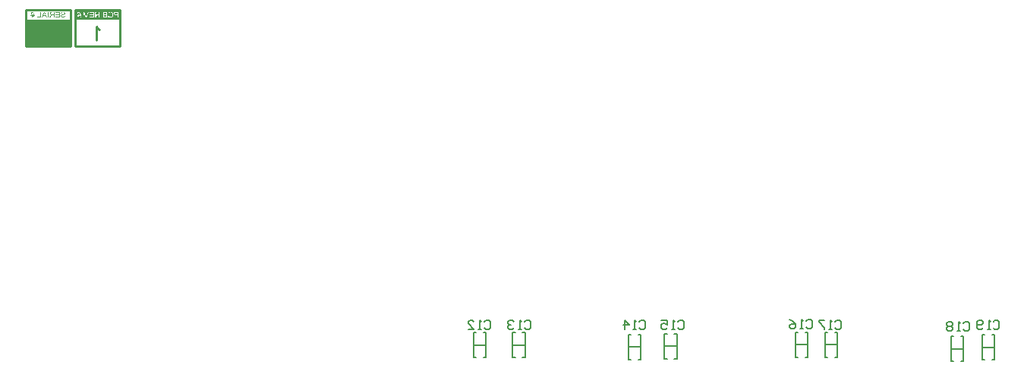
<source format=gbo>
G04*
G04 #@! TF.GenerationSoftware,Altium Limited,Altium Designer,22.11.1 (43)*
G04*
G04 Layer_Color=32896*
%FSLAX25Y25*%
%MOIN*%
G70*
G04*
G04 #@! TF.SameCoordinates,3125327F-633B-4DE6-8F98-D116A0B0FB6F*
G04*
G04*
G04 #@! TF.FilePolarity,Positive*
G04*
G01*
G75*
%ADD13C,0.00591*%
%ADD18C,0.00602*%
%ADD22C,0.01000*%
%ADD74R,0.19781X0.11614*%
G36*
X55786Y381028D02*
X36002D01*
Y385457D01*
X55786D01*
Y381028D01*
D02*
G37*
G36*
X17778Y383805D02*
X18298D01*
Y383550D01*
X17829D01*
X17956Y382924D01*
X18298D01*
Y382669D01*
X18011D01*
X18157Y381937D01*
X17902D01*
X17752Y382669D01*
X17214D01*
X17363Y381937D01*
X17105D01*
X16959Y382669D01*
X16424D01*
Y382924D01*
X16904D01*
X16777Y383550D01*
X16424D01*
Y383805D01*
X16726D01*
X16573Y384544D01*
X16832D01*
X16984Y383805D01*
X17520D01*
X17370Y384544D01*
X17625D01*
X17778Y383805D01*
D02*
G37*
G36*
X29211Y381981D02*
X27329D01*
Y382280D01*
X28876D01*
Y383135D01*
X27482D01*
Y383434D01*
X28876D01*
Y384202D01*
X27388D01*
Y384500D01*
X29211D01*
Y381981D01*
D02*
G37*
G36*
X26864D02*
X26529D01*
Y383099D01*
X26099D01*
X26059Y383095D01*
X26030D01*
X26004Y383091D01*
X25986Y383088D01*
X25972D01*
X25964Y383084D01*
X25961D01*
X25903Y383066D01*
X25877Y383055D01*
X25855Y383044D01*
X25833Y383033D01*
X25819Y383026D01*
X25811Y383022D01*
X25808Y383018D01*
X25779Y382997D01*
X25750Y382971D01*
X25695Y382917D01*
X25670Y382891D01*
X25651Y382869D01*
X25640Y382855D01*
X25637Y382851D01*
X25600Y382800D01*
X25560Y382746D01*
X25520Y382687D01*
X25480Y382633D01*
X25447Y382582D01*
X25422Y382542D01*
X25411Y382527D01*
X25404Y382516D01*
X25396Y382509D01*
Y382505D01*
X25065Y381981D01*
X24650D01*
X25084Y382665D01*
X25135Y382738D01*
X25182Y382804D01*
X25229Y382858D01*
X25269Y382909D01*
X25306Y382946D01*
X25335Y382975D01*
X25353Y382993D01*
X25360Y383000D01*
X25389Y383022D01*
X25422Y383048D01*
X25488Y383088D01*
X25517Y383102D01*
X25539Y383117D01*
X25553Y383124D01*
X25560Y383128D01*
X25495Y383139D01*
X25433Y383150D01*
X25378Y383168D01*
X25324Y383182D01*
X25276Y383201D01*
X25233Y383222D01*
X25193Y383241D01*
X25156Y383259D01*
X25127Y383281D01*
X25098Y383299D01*
X25076Y383313D01*
X25058Y383328D01*
X25043Y383339D01*
X25032Y383350D01*
X25029Y383353D01*
X25025Y383357D01*
X24996Y383393D01*
X24967Y383430D01*
X24923Y383506D01*
X24894Y383583D01*
X24872Y383656D01*
X24858Y383717D01*
X24854Y383743D01*
Y383768D01*
X24850Y383787D01*
Y383801D01*
Y383808D01*
Y383812D01*
X24854Y383889D01*
X24865Y383958D01*
X24883Y384023D01*
X24902Y384078D01*
X24923Y384125D01*
X24938Y384161D01*
X24952Y384183D01*
X24956Y384187D01*
Y384191D01*
X25000Y384249D01*
X25043Y384300D01*
X25091Y384344D01*
X25135Y384376D01*
X25174Y384402D01*
X25207Y384416D01*
X25229Y384427D01*
X25233Y384431D01*
X25236D01*
X25269Y384442D01*
X25309Y384453D01*
X25389Y384471D01*
X25477Y384482D01*
X25557Y384493D01*
X25633Y384496D01*
X25666D01*
X25695Y384500D01*
X26864D01*
Y381981D01*
D02*
G37*
G36*
X24272D02*
X23937D01*
Y384500D01*
X24272D01*
Y381981D01*
D02*
G37*
G36*
X23624D02*
X23271D01*
X22998Y382746D01*
X21942D01*
X21647Y381981D01*
X21269D01*
X22299Y384500D01*
X22663D01*
X23624Y381981D01*
D02*
G37*
G36*
X21014D02*
X19438D01*
Y382280D01*
X20679D01*
Y384500D01*
X21014D01*
Y381981D01*
D02*
G37*
G36*
X30791Y384540D02*
X30875Y384529D01*
X30955Y384514D01*
X31024Y384500D01*
X31079Y384485D01*
X31104Y384478D01*
X31122Y384471D01*
X31137Y384464D01*
X31148Y384460D01*
X31155Y384456D01*
X31159D01*
X31231Y384420D01*
X31297Y384380D01*
X31352Y384336D01*
X31395Y384296D01*
X31428Y384260D01*
X31453Y384231D01*
X31472Y384209D01*
X31475Y384205D01*
Y384202D01*
X31512Y384140D01*
X31537Y384078D01*
X31555Y384016D01*
X31566Y383961D01*
X31574Y383914D01*
X31581Y383877D01*
Y383863D01*
Y383852D01*
Y383848D01*
Y383845D01*
X31577Y383783D01*
X31566Y383725D01*
X31552Y383670D01*
X31537Y383623D01*
X31523Y383586D01*
X31508Y383557D01*
X31497Y383539D01*
X31493Y383532D01*
X31457Y383481D01*
X31413Y383434D01*
X31370Y383393D01*
X31326Y383361D01*
X31290Y383331D01*
X31257Y383313D01*
X31235Y383299D01*
X31231Y383295D01*
X31228D01*
X31199Y383281D01*
X31166Y383266D01*
X31093Y383241D01*
X31009Y383215D01*
X30929Y383190D01*
X30856Y383168D01*
X30824Y383160D01*
X30795Y383153D01*
X30773Y383146D01*
X30755Y383142D01*
X30744Y383139D01*
X30740D01*
X30678Y383124D01*
X30620Y383109D01*
X30569Y383095D01*
X30525Y383084D01*
X30482Y383073D01*
X30445Y383062D01*
X30413Y383055D01*
X30387Y383044D01*
X30362Y383037D01*
X30343Y383033D01*
X30314Y383022D01*
X30296Y383018D01*
X30292Y383015D01*
X30238Y382993D01*
X30190Y382967D01*
X30150Y382942D01*
X30121Y382920D01*
X30096Y382898D01*
X30081Y382884D01*
X30070Y382873D01*
X30067Y382869D01*
X30041Y382837D01*
X30023Y382800D01*
X30012Y382764D01*
X30001Y382735D01*
X29998Y382705D01*
X29994Y382684D01*
Y382665D01*
Y382662D01*
X29998Y382618D01*
X30005Y382578D01*
X30016Y382542D01*
X30030Y382512D01*
X30045Y382483D01*
X30056Y382465D01*
X30063Y382451D01*
X30067Y382447D01*
X30096Y382411D01*
X30132Y382382D01*
X30169Y382356D01*
X30201Y382330D01*
X30234Y382316D01*
X30260Y382301D01*
X30278Y382294D01*
X30285Y382291D01*
X30340Y382272D01*
X30398Y382258D01*
X30456Y382250D01*
X30507Y382243D01*
X30551Y382240D01*
X30587Y382236D01*
X30620D01*
X30700Y382240D01*
X30773Y382247D01*
X30838Y382258D01*
X30897Y382272D01*
X30944Y382287D01*
X30980Y382298D01*
X30991Y382301D01*
X31002Y382305D01*
X31006Y382309D01*
X31009D01*
X31068Y382338D01*
X31122Y382371D01*
X31162Y382403D01*
X31199Y382436D01*
X31228Y382462D01*
X31246Y382487D01*
X31257Y382502D01*
X31261Y382505D01*
X31286Y382553D01*
X31312Y382604D01*
X31326Y382658D01*
X31341Y382705D01*
X31352Y382753D01*
X31359Y382786D01*
Y382800D01*
X31363Y382811D01*
Y382815D01*
Y382818D01*
X31675Y382789D01*
X31668Y382698D01*
X31654Y382611D01*
X31632Y382534D01*
X31606Y382465D01*
X31581Y382411D01*
X31570Y382389D01*
X31563Y382371D01*
X31552Y382356D01*
X31548Y382345D01*
X31541Y382338D01*
Y382334D01*
X31486Y382265D01*
X31428Y382203D01*
X31366Y382152D01*
X31308Y382108D01*
X31257Y382076D01*
X31213Y382054D01*
X31199Y382047D01*
X31188Y382039D01*
X31181Y382036D01*
X31177D01*
X31086Y382003D01*
X30991Y381978D01*
X30897Y381963D01*
X30806Y381948D01*
X30762Y381945D01*
X30725Y381941D01*
X30693D01*
X30664Y381937D01*
X30605D01*
X30507Y381941D01*
X30416Y381952D01*
X30332Y381970D01*
X30263Y381988D01*
X30205Y382003D01*
X30180Y382014D01*
X30158Y382021D01*
X30143Y382028D01*
X30132Y382032D01*
X30125Y382036D01*
X30121D01*
X30045Y382076D01*
X29979Y382119D01*
X29921Y382167D01*
X29874Y382210D01*
X29837Y382247D01*
X29812Y382280D01*
X29794Y382301D01*
X29790Y382305D01*
Y382309D01*
X29750Y382378D01*
X29721Y382443D01*
X29703Y382505D01*
X29688Y382563D01*
X29681Y382614D01*
X29673Y382655D01*
Y382669D01*
Y382680D01*
Y382684D01*
Y382687D01*
X29677Y382760D01*
X29688Y382829D01*
X29706Y382891D01*
X29724Y382942D01*
X29746Y382986D01*
X29761Y383018D01*
X29776Y383037D01*
X29779Y383044D01*
X29823Y383099D01*
X29874Y383150D01*
X29928Y383193D01*
X29983Y383233D01*
X30030Y383262D01*
X30070Y383284D01*
X30085Y383292D01*
X30096Y383299D01*
X30103Y383302D01*
X30107D01*
X30136Y383317D01*
X30172Y383328D01*
X30212Y383343D01*
X30256Y383357D01*
X30347Y383383D01*
X30442Y383408D01*
X30485Y383419D01*
X30525Y383430D01*
X30565Y383441D01*
X30598Y383448D01*
X30624Y383455D01*
X30645Y383459D01*
X30660Y383463D01*
X30664D01*
X30736Y383481D01*
X30802Y383495D01*
X30860Y383513D01*
X30911Y383528D01*
X30958Y383546D01*
X30999Y383561D01*
X31035Y383575D01*
X31068Y383586D01*
X31093Y383601D01*
X31115Y383612D01*
X31130Y383619D01*
X31144Y383630D01*
X31162Y383641D01*
X31166Y383645D01*
X31199Y383681D01*
X31220Y383717D01*
X31239Y383754D01*
X31250Y383790D01*
X31257Y383819D01*
X31261Y383845D01*
Y383859D01*
Y383867D01*
X31253Y383925D01*
X31239Y383976D01*
X31217Y384019D01*
X31191Y384060D01*
X31170Y384089D01*
X31148Y384114D01*
X31133Y384129D01*
X31126Y384132D01*
X31097Y384151D01*
X31068Y384169D01*
X30999Y384198D01*
X30926Y384216D01*
X30853Y384231D01*
X30787Y384238D01*
X30758Y384242D01*
X30736Y384245D01*
X30685D01*
X30584Y384242D01*
X30492Y384227D01*
X30420Y384205D01*
X30358Y384183D01*
X30310Y384161D01*
X30274Y384140D01*
X30256Y384125D01*
X30249Y384121D01*
X30198Y384070D01*
X30158Y384016D01*
X30125Y383958D01*
X30103Y383899D01*
X30088Y383845D01*
X30078Y383805D01*
X30074Y383787D01*
X30070Y383776D01*
Y383768D01*
Y383765D01*
X29750Y383790D01*
X29757Y383870D01*
X29776Y383943D01*
X29794Y384012D01*
X29819Y384070D01*
X29841Y384118D01*
X29859Y384154D01*
X29866Y384165D01*
X29874Y384176D01*
X29877Y384180D01*
Y384183D01*
X29925Y384245D01*
X29976Y384300D01*
X30030Y384347D01*
X30085Y384384D01*
X30132Y384416D01*
X30169Y384435D01*
X30183Y384442D01*
X30194Y384449D01*
X30201Y384453D01*
X30205D01*
X30285Y384482D01*
X30372Y384504D01*
X30452Y384522D01*
X30529Y384533D01*
X30598Y384540D01*
X30624D01*
X30649Y384544D01*
X30696D01*
X30791Y384540D01*
D02*
G37*
%LPC*%
G36*
X38734Y384546D02*
X37566D01*
X37806D01*
X37955Y383807D01*
X37420D01*
X37267Y384546D01*
X37009D01*
X37161Y383807D01*
X36859D01*
Y383552D01*
X37212D01*
X37340Y382926D01*
X36859D01*
Y382973D01*
Y382926D01*
Y381939D01*
Y382671D01*
X37394D01*
X37540Y381939D01*
X36859D01*
X37799D01*
X37649Y382671D01*
X38188D01*
X38337Y381939D01*
X38592D01*
X38446Y382671D01*
X38734D01*
Y383359D01*
Y382926D01*
X38392D01*
X38264Y383552D01*
X38734D01*
Y383814D01*
Y383807D01*
X38214D01*
X38061Y384546D01*
X38734D01*
D02*
G37*
G36*
X36859Y383552D02*
D01*
Y383446D01*
Y383552D01*
D02*
G37*
G36*
X42287Y384502D02*
D01*
Y383057D01*
Y384502D01*
D02*
G37*
G36*
X44168D02*
X42345D01*
Y384204D01*
X43834D01*
Y383436D01*
X42439D01*
Y383137D01*
X43834D01*
Y382282D01*
X42287D01*
D01*
Y381983D01*
X44168D01*
Y384502D01*
D02*
G37*
G36*
X54928D02*
X53006D01*
Y381983D01*
Y383741D01*
X53010Y383716D01*
X53014Y383690D01*
X53017Y383658D01*
X53025Y383621D01*
X53032Y383581D01*
X53057Y383497D01*
X53072Y383454D01*
X53094Y383406D01*
X53119Y383359D01*
X53145Y383315D01*
X53177Y383272D01*
X53214Y383228D01*
X53218Y383224D01*
X53225Y383217D01*
X53236Y383206D01*
X53254Y383195D01*
X53276Y383177D01*
X53305Y383159D01*
X53341Y383137D01*
X53381Y383119D01*
X53429Y383097D01*
X53483Y383075D01*
X53541Y383057D01*
X53611Y383042D01*
X53684Y383028D01*
X53764Y383017D01*
X53855Y383010D01*
X53949Y383006D01*
X54593D01*
Y381983D01*
X54928D01*
Y384502D01*
D02*
G37*
G36*
X50054D02*
X48151D01*
Y382991D01*
Y384502D01*
X49064D01*
X49039Y384498D01*
X49010D01*
X48944Y384491D01*
X48871Y384484D01*
X48795Y384469D01*
X48719Y384451D01*
X48649Y384425D01*
X48646D01*
X48642Y384422D01*
X48620Y384411D01*
X48588Y384393D01*
X48551Y384367D01*
X48507Y384334D01*
X48460Y384295D01*
X48416Y384243D01*
X48376Y384189D01*
X48373Y384182D01*
X48362Y384160D01*
X48344Y384131D01*
X48325Y384087D01*
X48307Y384036D01*
X48289Y383981D01*
X48278Y383920D01*
X48274Y383858D01*
Y383850D01*
Y383832D01*
X48278Y383800D01*
X48285Y383759D01*
X48296Y383712D01*
X48314Y383661D01*
X48336Y383610D01*
X48365Y383556D01*
X48369Y383548D01*
X48380Y383534D01*
X48402Y383505D01*
X48431Y383475D01*
X48467Y383439D01*
X48511Y383399D01*
X48566Y383363D01*
X48627Y383326D01*
X48624D01*
X48617Y383323D01*
X48606Y383319D01*
X48591Y383312D01*
X48547Y383297D01*
X48496Y383272D01*
X48442Y383239D01*
X48380Y383199D01*
X48325Y383152D01*
X48274Y383093D01*
X48271Y383086D01*
X48256Y383064D01*
X48234Y383031D01*
X48213Y382988D01*
X48191Y382929D01*
X48169Y382868D01*
X48154Y382795D01*
X48151Y382715D01*
Y381983D01*
Y382686D01*
X48154Y382649D01*
X48162Y382606D01*
X48169Y382555D01*
X48183Y382500D01*
X48202Y382442D01*
X48227Y382383D01*
X48231Y382376D01*
X48242Y382358D01*
X48256Y382332D01*
X48278Y382296D01*
X48307Y382260D01*
X48336Y382220D01*
X48373Y382180D01*
X48413Y382147D01*
X48416Y382143D01*
X48431Y382132D01*
X48456Y382118D01*
X48489Y382103D01*
X48529Y382081D01*
X48577Y382060D01*
X48627Y382041D01*
X48689Y382023D01*
X48697D01*
X48719Y382016D01*
X48755Y382012D01*
X48802Y382005D01*
X48860Y381998D01*
X48930Y381990D01*
X49006Y381987D01*
X49093Y381983D01*
X50054D01*
Y384502D01*
D02*
G37*
G36*
X46709D02*
X44496D01*
Y381983D01*
Y384502D01*
X45541D01*
X45512Y384498D01*
X45479D01*
X45403Y384495D01*
X45322Y384484D01*
X45235Y384473D01*
X45155Y384455D01*
X45115Y384444D01*
X45082Y384433D01*
X45079D01*
X45075Y384429D01*
X45053Y384418D01*
X45020Y384404D01*
X44980Y384378D01*
X44937Y384346D01*
X44889Y384302D01*
X44846Y384251D01*
X44802Y384193D01*
Y384189D01*
X44798Y384185D01*
X44784Y384163D01*
X44769Y384127D01*
X44747Y384080D01*
X44729Y384025D01*
X44711Y383960D01*
X44700Y383891D01*
X44696Y383814D01*
Y383810D01*
Y383803D01*
Y383788D01*
X44700Y383770D01*
Y383745D01*
X44704Y383719D01*
X44718Y383658D01*
X44740Y383585D01*
X44769Y383508D01*
X44813Y383432D01*
X44842Y383395D01*
X44871Y383359D01*
X44875Y383355D01*
X44878Y383352D01*
X44889Y383341D01*
X44904Y383330D01*
X44922Y383315D01*
X44944Y383301D01*
X44973Y383283D01*
X45002Y383261D01*
X45039Y383243D01*
X45079Y383224D01*
X45122Y383203D01*
X45169Y383184D01*
X45224Y383170D01*
X45279Y383152D01*
X45341Y383141D01*
X45406Y383130D01*
X45399Y383126D01*
X45384Y383119D01*
X45362Y383104D01*
X45333Y383090D01*
X45268Y383050D01*
X45235Y383024D01*
X45206Y383002D01*
X45199Y382995D01*
X45180Y382977D01*
X45151Y382948D01*
X45115Y382911D01*
X45075Y382860D01*
X45028Y382806D01*
X44980Y382740D01*
X44929Y382667D01*
X44496Y381983D01*
X44911D01*
X45242Y382507D01*
Y382511D01*
X45250Y382518D01*
X45257Y382529D01*
X45268Y382544D01*
X45293Y382584D01*
X45326Y382635D01*
X45366Y382689D01*
X45406Y382748D01*
X45446Y382802D01*
X45483Y382853D01*
X45486Y382857D01*
X45497Y382871D01*
X45515Y382893D01*
X45541Y382919D01*
X45595Y382973D01*
X45625Y382999D01*
X45654Y383020D01*
X45657Y383024D01*
X45665Y383028D01*
X45679Y383035D01*
X45701Y383046D01*
X45723Y383057D01*
X45748Y383068D01*
X45807Y383086D01*
X45810D01*
X45817Y383090D01*
X45832D01*
X45850Y383093D01*
X45876Y383097D01*
X45905D01*
X45945Y383101D01*
X46374D01*
Y381983D01*
X46709D01*
Y384502D01*
D02*
G37*
G36*
X42086D02*
X39779D01*
Y381983D01*
Y384502D01*
X40762Y381983D01*
X41111D01*
X42086Y384502D01*
D01*
D02*
G37*
G36*
X52679Y384546D02*
X50451D01*
Y381939D01*
Y382777D01*
X50455Y382762D01*
X50462Y382740D01*
X50473Y382711D01*
X50484Y382678D01*
X50498Y382638D01*
X50517Y382595D01*
X50538Y382547D01*
X50590Y382445D01*
X50655Y382344D01*
X50695Y382293D01*
X50735Y382242D01*
X50779Y382198D01*
X50830Y382154D01*
X50833Y382151D01*
X50841Y382143D01*
X50859Y382136D01*
X50877Y382121D01*
X50906Y382103D01*
X50935Y382085D01*
X50975Y382067D01*
X51015Y382049D01*
X51063Y382027D01*
X51114Y382009D01*
X51168Y381990D01*
X51227Y381972D01*
X51288Y381958D01*
X51354Y381950D01*
X51423Y381943D01*
X51496Y381939D01*
X51536D01*
X51565Y381943D01*
X51598D01*
X51638Y381947D01*
X51682Y381954D01*
X51732Y381961D01*
X51838Y381979D01*
X51947Y382009D01*
X52056Y382049D01*
X52107Y382074D01*
X52158Y382103D01*
X52162Y382107D01*
X52169Y382111D01*
X52184Y382121D01*
X52198Y382136D01*
X52220Y382151D01*
X52246Y382172D01*
X52275Y382198D01*
X52304Y382227D01*
X52333Y382260D01*
X52366Y382293D01*
X52431Y382376D01*
X52493Y382474D01*
X52548Y382584D01*
Y382587D01*
X52555Y382598D01*
X52559Y382616D01*
X52570Y382638D01*
X52577Y382667D01*
X52588Y382704D01*
X52602Y382744D01*
X52613Y382787D01*
X52624Y382835D01*
X52639Y382890D01*
X52657Y383002D01*
X52672Y383130D01*
X52679Y383261D01*
Y383304D01*
Y383301D01*
X52675Y383326D01*
Y383363D01*
X52672Y383399D01*
X52668Y383446D01*
X52661Y383494D01*
X52642Y383599D01*
X52617Y383716D01*
X52581Y383832D01*
X52530Y383945D01*
X52526Y383949D01*
X52522Y383960D01*
X52515Y383974D01*
X52500Y383992D01*
X52486Y384018D01*
X52468Y384047D01*
X52420Y384113D01*
X52359Y384185D01*
X52286Y384258D01*
X52202Y384331D01*
X52104Y384393D01*
X52100Y384396D01*
X52089Y384400D01*
X52075Y384407D01*
X52056Y384418D01*
X52027Y384429D01*
X51998Y384440D01*
X51962Y384455D01*
X51922Y384469D01*
X51878Y384484D01*
X51831Y384498D01*
X51729Y384520D01*
X51612Y384538D01*
X51492Y384546D01*
X52679D01*
D02*
G37*
%LPD*%
G36*
X38133Y382926D02*
X37598D01*
X37471Y383552D01*
X38006D01*
X38133Y382926D01*
D02*
G37*
G36*
X53840Y384498D02*
X53778Y384495D01*
X53713Y384491D01*
X53651Y384484D01*
X53596Y384476D01*
X53589D01*
X53563Y384469D01*
X53531Y384462D01*
X53487Y384451D01*
X53440Y384433D01*
X53389Y384411D01*
X53334Y384385D01*
X53287Y384356D01*
X53279Y384353D01*
X53265Y384342D01*
X53243Y384320D01*
X53214Y384295D01*
X53181Y384262D01*
X53148Y384218D01*
X53112Y384171D01*
X53083Y384116D01*
X53079Y384109D01*
X53072Y384091D01*
X53057Y384058D01*
X53043Y384014D01*
X53032Y383963D01*
X53017Y383905D01*
X53010Y383840D01*
X53006Y383770D01*
Y384502D01*
X53895D01*
X53840Y384498D01*
D02*
G37*
G36*
X54593Y383304D02*
X53916D01*
X53891Y383308D01*
X53865D01*
X53836Y383312D01*
X53767Y383319D01*
X53691Y383333D01*
X53614Y383355D01*
X53545Y383384D01*
X53512Y383403D01*
X53487Y383424D01*
X53480Y383432D01*
X53465Y383446D01*
X53443Y383475D01*
X53418Y383512D01*
X53392Y383559D01*
X53370Y383617D01*
X53356Y383683D01*
X53349Y383759D01*
Y383763D01*
Y383767D01*
Y383785D01*
X53352Y383818D01*
X53360Y383854D01*
X53367Y383894D01*
X53381Y383941D01*
X53403Y383985D01*
X53429Y384029D01*
X53432Y384032D01*
X53443Y384047D01*
X53461Y384065D01*
X53483Y384091D01*
X53516Y384116D01*
X53552Y384138D01*
X53592Y384160D01*
X53640Y384178D01*
X53643D01*
X53658Y384182D01*
X53680Y384185D01*
X53709Y384193D01*
X53753Y384196D01*
X53807Y384200D01*
X53873Y384204D01*
X54593D01*
Y383304D01*
D02*
G37*
G36*
X49720Y383446D02*
X49101D01*
X49053Y383450D01*
X49002Y383454D01*
X48952Y383457D01*
X48900Y383465D01*
X48860Y383472D01*
X48853Y383475D01*
X48839Y383479D01*
X48817Y383490D01*
X48788Y383505D01*
X48759Y383519D01*
X48726Y383541D01*
X48693Y383570D01*
X48668Y383599D01*
X48664Y383603D01*
X48657Y383614D01*
X48646Y383636D01*
X48635Y383661D01*
X48624Y383690D01*
X48613Y383727D01*
X48606Y383770D01*
X48602Y383818D01*
Y383825D01*
Y383840D01*
X48606Y383861D01*
X48609Y383891D01*
X48617Y383927D01*
X48627Y383963D01*
X48642Y384000D01*
X48664Y384036D01*
X48668Y384040D01*
X48675Y384051D01*
X48689Y384069D01*
X48708Y384087D01*
X48733Y384109D01*
X48762Y384131D01*
X48799Y384153D01*
X48839Y384167D01*
X48842D01*
X48860Y384174D01*
X48886Y384178D01*
X48926Y384185D01*
X48981Y384193D01*
X49042Y384196D01*
X49123Y384204D01*
X49720D01*
Y383446D01*
D02*
G37*
G36*
Y382282D02*
X49002D01*
X48926Y382285D01*
X48893Y382289D01*
X48864Y382293D01*
X48860D01*
X48846Y382296D01*
X48824Y382300D01*
X48799Y382307D01*
X48737Y382329D01*
X48675Y382358D01*
X48671Y382362D01*
X48660Y382369D01*
X48646Y382380D01*
X48627Y382394D01*
X48609Y382416D01*
X48584Y382438D01*
X48566Y382467D01*
X48544Y382500D01*
X48540Y382504D01*
X48537Y382515D01*
X48529Y382536D01*
X48518Y382562D01*
X48507Y382591D01*
X48500Y382627D01*
X48496Y382671D01*
X48493Y382715D01*
Y382722D01*
Y382737D01*
X48496Y382766D01*
X48504Y382799D01*
X48511Y382835D01*
X48526Y382875D01*
X48544Y382915D01*
X48569Y382955D01*
X48573Y382959D01*
X48584Y382973D01*
X48598Y382991D01*
X48620Y383013D01*
X48649Y383039D01*
X48686Y383064D01*
X48726Y383086D01*
X48773Y383104D01*
X48780Y383108D01*
X48795Y383112D01*
X48828Y383119D01*
X48868Y383126D01*
X48919Y383133D01*
X48981Y383141D01*
X49057Y383148D01*
X49720D01*
Y382282D01*
D02*
G37*
G36*
X46374Y383388D02*
X45625D01*
X45581Y383392D01*
X45530Y383395D01*
X45472Y383399D01*
X45413Y383406D01*
X45355Y383417D01*
X45304Y383432D01*
X45297Y383436D01*
X45282Y383443D01*
X45261Y383454D01*
X45231Y383468D01*
X45199Y383490D01*
X45166Y383516D01*
X45133Y383548D01*
X45108Y383585D01*
X45104Y383588D01*
X45097Y383603D01*
X45086Y383625D01*
X45071Y383654D01*
X45060Y383687D01*
X45049Y383723D01*
X45042Y383767D01*
X45039Y383810D01*
Y383814D01*
Y383818D01*
X45042Y383840D01*
X45046Y383872D01*
X45053Y383916D01*
X45071Y383960D01*
X45093Y384011D01*
X45126Y384058D01*
X45169Y384105D01*
X45177Y384109D01*
X45195Y384123D01*
X45224Y384142D01*
X45271Y384163D01*
X45326Y384185D01*
X45399Y384204D01*
X45483Y384218D01*
X45581Y384222D01*
X46374D01*
Y383388D01*
D02*
G37*
G36*
X41067Y382671D02*
Y382667D01*
X41064Y382660D01*
X41060Y382649D01*
X41053Y382635D01*
X41049Y382613D01*
X41042Y382591D01*
X41024Y382536D01*
X41002Y382474D01*
X40980Y382405D01*
X40936Y382260D01*
Y382263D01*
X40933Y382271D01*
X40929Y382282D01*
X40925Y382296D01*
X40914Y382336D01*
X40896Y382391D01*
X40878Y382453D01*
X40856Y382522D01*
X40831Y382595D01*
X40802Y382671D01*
X40117Y384502D01*
X41722D01*
X41067Y382671D01*
D02*
G37*
G36*
X51430Y384542D02*
X51398Y384538D01*
X51358Y384535D01*
X51318Y384531D01*
X51270Y384520D01*
X51172Y384498D01*
X51063Y384466D01*
X51008Y384444D01*
X50957Y384418D01*
X50906Y384385D01*
X50855Y384353D01*
X50852Y384349D01*
X50844Y384346D01*
X50830Y384334D01*
X50811Y384316D01*
X50793Y384298D01*
X50768Y384273D01*
X50742Y384243D01*
X50713Y384214D01*
X50684Y384178D01*
X50655Y384134D01*
X50622Y384091D01*
X50593Y384043D01*
X50568Y383989D01*
X50538Y383934D01*
X50517Y383876D01*
X50495Y383810D01*
X50822Y383734D01*
Y383738D01*
X50826Y383745D01*
X50833Y383759D01*
X50841Y383778D01*
X50848Y383800D01*
X50859Y383829D01*
X50888Y383887D01*
X50924Y383952D01*
X50968Y384018D01*
X51023Y384080D01*
X51081Y384134D01*
X51088Y384142D01*
X51110Y384156D01*
X51146Y384174D01*
X51194Y384200D01*
X51256Y384222D01*
X51325Y384243D01*
X51408Y384258D01*
X51499Y384262D01*
X51529D01*
X51547Y384258D01*
X51572D01*
X51601Y384255D01*
X51671Y384243D01*
X51747Y384229D01*
X51827Y384204D01*
X51911Y384167D01*
X51987Y384120D01*
X51991D01*
X51995Y384113D01*
X52020Y384094D01*
X52053Y384065D01*
X52093Y384021D01*
X52140Y383967D01*
X52184Y383905D01*
X52224Y383829D01*
X52260Y383745D01*
Y383741D01*
X52264Y383734D01*
X52267Y383723D01*
X52271Y383705D01*
X52278Y383683D01*
X52286Y383658D01*
X52297Y383596D01*
X52311Y383523D01*
X52326Y383443D01*
X52333Y383355D01*
X52337Y383261D01*
Y383257D01*
Y383246D01*
Y383228D01*
Y383206D01*
X52333Y383181D01*
Y383148D01*
X52329Y383112D01*
X52326Y383071D01*
X52315Y382984D01*
X52297Y382890D01*
X52275Y382795D01*
X52246Y382700D01*
Y382697D01*
X52242Y382689D01*
X52235Y382678D01*
X52227Y382660D01*
X52206Y382616D01*
X52173Y382565D01*
X52133Y382507D01*
X52082Y382445D01*
X52024Y382391D01*
X51955Y382340D01*
X51951D01*
X51944Y382336D01*
X51933Y382329D01*
X51918Y382322D01*
X51900Y382314D01*
X51878Y382303D01*
X51827Y382282D01*
X51762Y382260D01*
X51689Y382242D01*
X51609Y382227D01*
X51525Y382223D01*
X51499D01*
X51478Y382227D01*
X51452D01*
X51427Y382231D01*
X51361Y382245D01*
X51285Y382263D01*
X51208Y382293D01*
X51128Y382332D01*
X51088Y382354D01*
X51052Y382383D01*
X51048Y382387D01*
X51044Y382391D01*
X51034Y382402D01*
X51019Y382413D01*
X51004Y382431D01*
X50986Y382453D01*
X50964Y382474D01*
X50946Y382504D01*
X50924Y382536D01*
X50899Y382573D01*
X50877Y382609D01*
X50855Y382653D01*
X50837Y382700D01*
X50819Y382751D01*
X50801Y382806D01*
X50786Y382864D01*
X50451Y382780D01*
Y384546D01*
X51456D01*
X51430Y384542D01*
D02*
G37*
%LPC*%
G36*
X17571Y383550D02*
X17036D01*
X17163Y382924D01*
X17698D01*
X17571Y383550D01*
D02*
G37*
G36*
X26529Y384220D02*
X25735D01*
X25637Y384216D01*
X25553Y384202D01*
X25480Y384183D01*
X25426Y384161D01*
X25378Y384140D01*
X25349Y384121D01*
X25331Y384107D01*
X25324Y384103D01*
X25280Y384056D01*
X25247Y384009D01*
X25225Y383958D01*
X25207Y383914D01*
X25200Y383870D01*
X25196Y383838D01*
X25193Y383816D01*
Y383812D01*
Y383808D01*
X25196Y383765D01*
X25204Y383721D01*
X25214Y383685D01*
X25225Y383652D01*
X25240Y383623D01*
X25251Y383601D01*
X25258Y383586D01*
X25262Y383583D01*
X25287Y383546D01*
X25320Y383513D01*
X25353Y383488D01*
X25386Y383466D01*
X25415Y383452D01*
X25437Y383441D01*
X25451Y383434D01*
X25458Y383430D01*
X25509Y383415D01*
X25568Y383404D01*
X25626Y383397D01*
X25684Y383393D01*
X25735Y383390D01*
X25779Y383386D01*
X26529D01*
Y384220D01*
D02*
G37*
G36*
X22488Y384238D02*
X22463Y384154D01*
X22434Y384067D01*
X22404Y383980D01*
X22375Y383896D01*
X22361Y383859D01*
X22350Y383823D01*
X22339Y383790D01*
X22328Y383765D01*
X22321Y383743D01*
X22313Y383725D01*
X22310Y383714D01*
Y383710D01*
X22048Y383018D01*
X22899D01*
X22626Y383754D01*
X22594Y383845D01*
X22568Y383932D01*
X22543Y384012D01*
X22525Y384085D01*
X22510Y384147D01*
X22503Y384172D01*
X22499Y384198D01*
X22492Y384212D01*
Y384227D01*
X22488Y384234D01*
Y384238D01*
D02*
G37*
%LPD*%
D13*
X365220Y232443D02*
X366401D01*
X365220D02*
Y243466D01*
X366401D01*
X369551D02*
X370732D01*
Y232443D02*
Y243466D01*
X369551Y232443D02*
X370732D01*
X365220Y237954D02*
X370732D01*
X352229Y232443D02*
X353410D01*
X352229D02*
Y243466D01*
X353410D01*
X356560D02*
X357741D01*
Y232443D02*
Y243466D01*
X356560Y232443D02*
X357741D01*
X352229Y237954D02*
X357741D01*
X294691Y231820D02*
X295873D01*
X294691D02*
Y242844D01*
X295873D01*
X299022D02*
X300203D01*
Y231820D02*
Y242844D01*
X299022Y231820D02*
X300203D01*
X294691Y237332D02*
X300203D01*
X278865Y231434D02*
X280046D01*
X278865D02*
Y242458D01*
X280046D01*
X283196D02*
X284377D01*
Y231434D02*
Y242458D01*
X283196Y231434D02*
X284377D01*
X278865Y236946D02*
X284377D01*
X434172Y231256D02*
X435353D01*
X434172D02*
Y242280D01*
X435353D01*
X438503D02*
X439684D01*
Y231256D02*
Y242280D01*
X438503Y231256D02*
X439684D01*
X434172Y236768D02*
X439684D01*
X420504Y230573D02*
X421685D01*
X420504D02*
Y241596D01*
X421685D01*
X424835D02*
X426016D01*
Y230573D02*
Y241596D01*
X424835Y230573D02*
X426016D01*
X420504Y236084D02*
X426016D01*
X210842Y232304D02*
X212023D01*
X210842D02*
Y243328D01*
X212023D01*
X215173D02*
X216354D01*
Y232304D02*
Y243328D01*
X215173Y232304D02*
X216354D01*
X210842Y237816D02*
X216354D01*
X228073Y232264D02*
X229254D01*
X228073D02*
Y243287D01*
X229254D01*
X232403D02*
X233584D01*
Y232264D02*
Y243287D01*
X232403Y232264D02*
X233584D01*
X228073Y237776D02*
X233584D01*
D18*
X439167Y248139D02*
X439823Y248795D01*
X441135D01*
X441791Y248139D01*
Y245515D01*
X441135Y244859D01*
X439823D01*
X439167Y245515D01*
X437855Y244859D02*
X436543D01*
X437199D01*
Y248795D01*
X437855Y248139D01*
X434575Y245515D02*
X433919Y244859D01*
X432607D01*
X431951Y245515D01*
Y248139D01*
X432607Y248795D01*
X433919D01*
X434575Y248139D01*
Y247483D01*
X433919Y246827D01*
X431951D01*
X426019Y247312D02*
X426675Y247968D01*
X427987D01*
X428643Y247312D01*
Y244688D01*
X427987Y244032D01*
X426675D01*
X426019Y244688D01*
X424707Y244032D02*
X423395D01*
X424051D01*
Y247968D01*
X424707Y247312D01*
X421427D02*
X420772Y247968D01*
X419460D01*
X418804Y247312D01*
Y246656D01*
X419460Y246000D01*
X418804Y245344D01*
Y244688D01*
X419460Y244032D01*
X420772D01*
X421427Y244688D01*
Y245344D01*
X420772Y246000D01*
X421427Y246656D01*
Y247312D01*
X420772Y246000D02*
X419460D01*
X369718Y248139D02*
X370374Y248795D01*
X371686D01*
X372342Y248139D01*
Y245515D01*
X371686Y244859D01*
X370374D01*
X369718Y245515D01*
X368407Y244859D02*
X367095D01*
X367751D01*
Y248795D01*
X368407Y248139D01*
X365127Y248795D02*
X362503D01*
Y248139D01*
X365127Y245515D01*
Y244859D01*
X356930Y248239D02*
X357586Y248895D01*
X358898D01*
X359554Y248239D01*
Y245615D01*
X358898Y244959D01*
X357586D01*
X356930Y245615D01*
X355618Y244959D02*
X354306D01*
X354962D01*
Y248895D01*
X355618Y248239D01*
X349714Y248895D02*
X351026Y248239D01*
X352338Y246927D01*
Y245615D01*
X351682Y244959D01*
X350370D01*
X349714Y245615D01*
Y246271D01*
X350370Y246927D01*
X352338D01*
X300552Y248139D02*
X301208Y248795D01*
X302520D01*
X303176Y248139D01*
Y245515D01*
X302520Y244859D01*
X301208D01*
X300552Y245515D01*
X299240Y244859D02*
X297928D01*
X298584D01*
Y248795D01*
X299240Y248139D01*
X293336Y248795D02*
X295960D01*
Y246827D01*
X294648Y247483D01*
X293992D01*
X293336Y246827D01*
Y245515D01*
X293992Y244859D01*
X295304D01*
X295960Y245515D01*
X283768Y248139D02*
X284424Y248795D01*
X285736D01*
X286392Y248139D01*
Y245515D01*
X285736Y244859D01*
X284424D01*
X283768Y245515D01*
X282456Y244859D02*
X281144D01*
X281800D01*
Y248795D01*
X282456Y248139D01*
X277208Y244859D02*
Y248795D01*
X279176Y246827D01*
X276552D01*
X233255Y248139D02*
X233911Y248795D01*
X235223D01*
X235879Y248139D01*
Y245515D01*
X235223Y244859D01*
X233911D01*
X233255Y245515D01*
X231943Y244859D02*
X230631D01*
X231287D01*
Y248795D01*
X231943Y248139D01*
X228663D02*
X228007Y248795D01*
X226695D01*
X226039Y248139D01*
Y247483D01*
X226695Y246827D01*
X227351D01*
X226695D01*
X226039Y246171D01*
Y245515D01*
X226695Y244859D01*
X228007D01*
X228663Y245515D01*
X215726Y247986D02*
X216382Y248642D01*
X217694D01*
X218350Y247986D01*
Y245362D01*
X217694Y244707D01*
X216382D01*
X215726Y245362D01*
X214414Y244707D02*
X213103D01*
X213758D01*
Y248642D01*
X214414Y247986D01*
X208511Y244707D02*
X211135D01*
X208511Y247330D01*
Y247986D01*
X209167Y248642D01*
X210479D01*
X211135Y247986D01*
D22*
X36101Y369414D02*
X55786D01*
Y385457D01*
X36101D02*
X55786D01*
X36101Y369414D02*
Y385457D01*
X14207Y385457D02*
X33892D01*
X14207Y369414D02*
X33892D01*
Y385457D01*
X14207Y369414D02*
Y385457D01*
X46608Y376782D02*
X46037Y377068D01*
X45180Y377925D01*
Y371926D01*
D74*
X24000Y375221D02*
D03*
M02*

</source>
